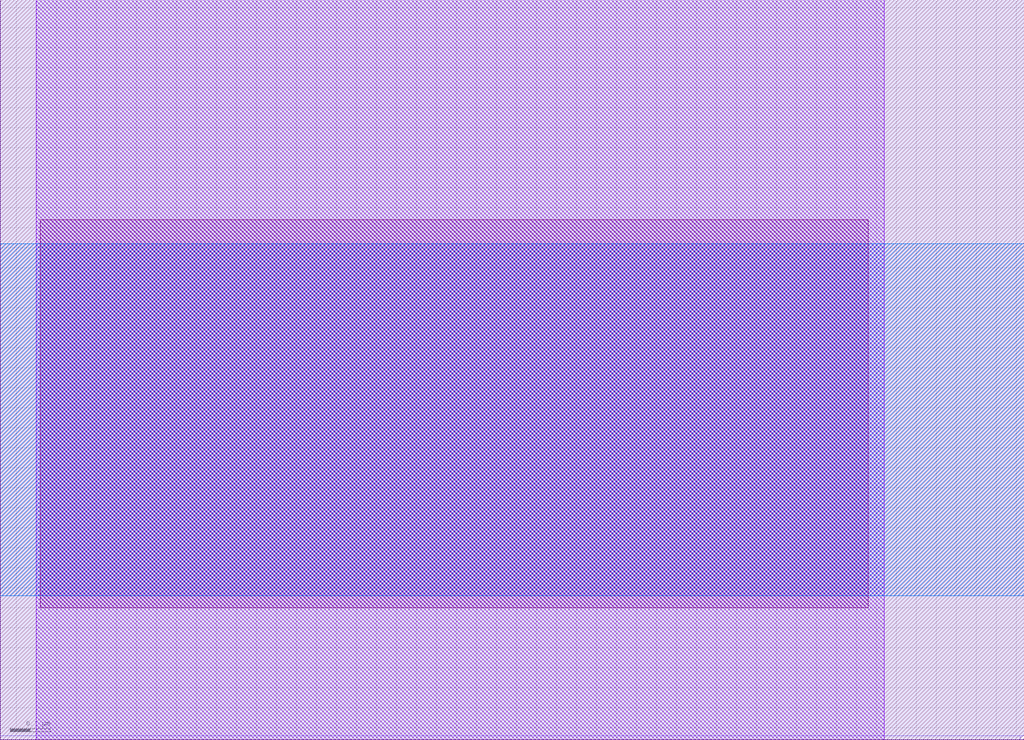
<source format=lef>
VERSION 5.7 ;
  NOWIREEXTENSIONATPIN ON ;
  DIVIDERCHAR "/" ;
  BUSBITCHARS "[]" ;
UNITS
  DATABASE MICRONS 200 ;
END UNITS

LAYER via2
  TYPE CUT ;
END via2

LAYER via
  TYPE CUT ;
END via

LAYER nwell
  TYPE MASTERSLICE ;
END nwell

LAYER via3
  TYPE CUT ;
END via3

LAYER pwell
  TYPE MASTERSLICE ;
END pwell

LAYER via4
  TYPE CUT ;
END via4

LAYER mcon
  TYPE CUT ;
END mcon

LAYER met6
  TYPE ROUTING ;
  WIDTH 0.030000 ;
  SPACING 0.040000 ;
  DIRECTION HORIZONTAL ;
END met6

LAYER met1
  TYPE ROUTING ;
  WIDTH 0.140000 ;
  SPACING 0.140000 ;
  DIRECTION HORIZONTAL ;
END met1

LAYER met3
  TYPE ROUTING ;
  WIDTH 0.300000 ;
  SPACING 0.300000 ;
  DIRECTION HORIZONTAL ;
END met3

LAYER met2
  TYPE ROUTING ;
  WIDTH 0.140000 ;
  SPACING 0.140000 ;
  DIRECTION HORIZONTAL ;
END met2

LAYER met4
  TYPE ROUTING ;
  WIDTH 0.300000 ;
  SPACING 0.300000 ;
  DIRECTION HORIZONTAL ;
END met4

LAYER met5
  TYPE ROUTING ;
  WIDTH 1.600000 ;
  SPACING 1.600000 ;
  DIRECTION HORIZONTAL ;
END met5

LAYER li1
  TYPE ROUTING ;
  WIDTH 0.170000 ;
  SPACING 0.170000 ;
  DIRECTION HORIZONTAL ;
END li1

MACRO sky130_hilas_horizPcell01
  CLASS BLOCK ;
  FOREIGN sky130_hilas_horizPcell01 ;
  ORIGIN 2.890 -0.470 ;
  SIZE 2.560 BY 1.850 ;
  OBS
      LAYER nwell ;
        RECT -2.890 0.480 -0.330 2.320 ;
        RECT -2.890 0.470 -0.340 0.480 ;
      LAYER li1 ;
        RECT -2.790 0.800 -0.720 1.770 ;
      LAYER met1 ;
        RECT -2.800 0.470 -0.680 2.320 ;
      LAYER met2 ;
        RECT -2.890 0.830 -0.330 1.710 ;
  END
END sky130_hilas_horizPcell01
END LIBRARY


</source>
